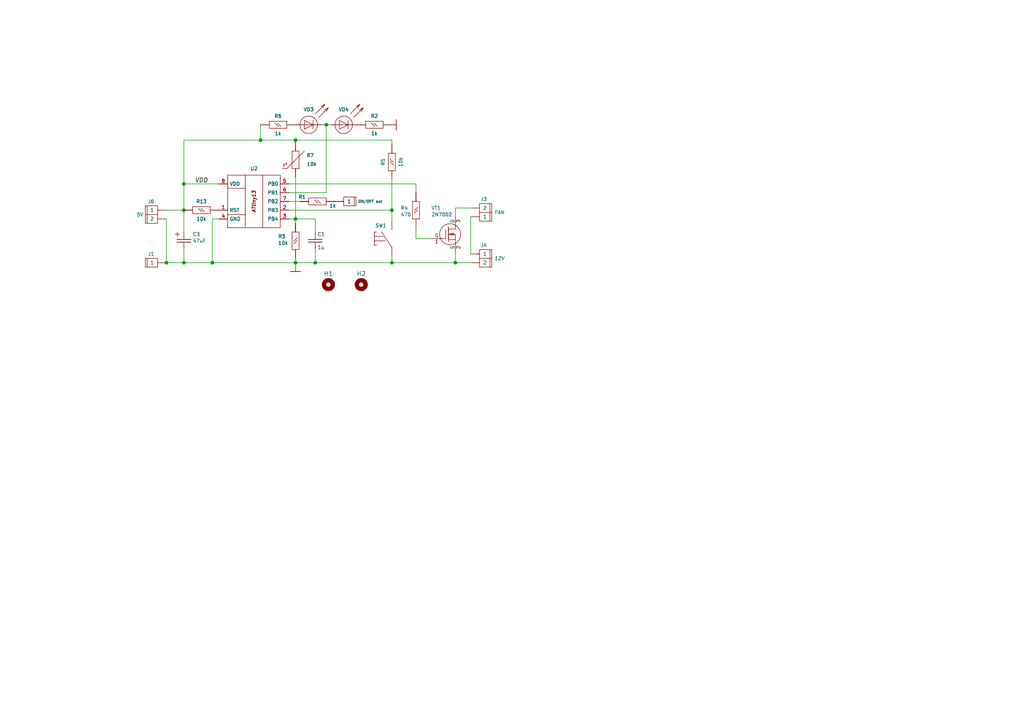
<source format=kicad_sch>
(kicad_sch (version 20230121) (generator eeschema)
  (paper "A4")
  (lib_symbols
    (symbol "Mechanical:MountingHole" (pin_names (offset 1.016))
      (property "Reference" "H" (at 0 5.08 0))
      (property "Value" "MountingHole" (at 0 3.175 0))
      (symbol "MountingHole_0_1"
        (circle (center 0 0) (radius 1.27) (stroke (width 1.27)))
      )
    )
    (symbol "_aa40_capacitors:C_CAP" (pin_numbers hide) (pin_names (offset 0) hide)
      (property "Reference" "C" (at 0 3.81 0))
      (property "Value" "C_CAP" (at 0 -3.81 0))
      (symbol "C_CAP_1_0"
        (polyline (pts (xy -1.27 0) (xy -0.381 0)))
        (polyline (pts (xy -0.381 -2.032) (xy -0.381 2.032)) (stroke (width 0.2032)))
        (polyline (pts (xy 0.381 -2.032) (xy 0.381 2.032)) (stroke (width 0.2032)))
        (polyline (pts (xy 1.27 0) (xy 0.381 0)))
      )
      (symbol "C_CAP_1_1"
        (pin passive line (at -2.54 0 0) (length 1.27) (name "~") (number "1"))
        (pin passive line (at 2.54 0 180) (length 1.27) (name "~") (number "2"))
      )
    )
    (symbol "_aa40_capacitors:C_CAP_PLUS" (pin_numbers hide) (pin_names (offset 0) hide)
      (property "Reference" "C" (at 0 3.81 0))
      (property "Value" "C_CAP_PLUS" (at 0 -3.81 0))
      (symbol "C_CAP_PLUS_1_0"
        (polyline (pts (xy -1.27 0) (xy -0.381 0)))
        (polyline (pts (xy -0.381 -2.032) (xy -0.381 2.032)) (stroke (width 0.2032)))
        (polyline (pts (xy 0.381 -2.032) (xy 0.381 2.032)) (stroke (width 0.2032)))
        (polyline (pts (xy 1.27 0) (xy 0.381 0)))
        (polyline (pts (xy 1.905 -1.27) (xy 1.905 -2.54)))
        (polyline (pts (xy 2.54 -1.905) (xy 1.27 -1.905)))
      )
      (symbol "C_CAP_PLUS_1_1"
        (pin passive line (at 2.54 0 180) (length 1.27) (name "~") (number "1"))
        (pin passive line (at -2.54 0 0) (length 1.27) (name "~") (number "2"))
      )
    )
    (symbol "_aa40_diodes:LED1" (pin_numbers hide) (pin_names (offset 0) hide)
      (property "Reference" "VD" (at -6.35 5.08 0))
      (property "Value" "LED" (at -6.35 2.54 0))
      (symbol "LED1_0_1"
        (circle (center 0 0) (radius 2.54))
      )
      (symbol "LED1_1_1"
        (polyline (pts (xy -1.27 -1.27) (xy 0 1.27)))
        (polyline (pts (xy 0 -1.27) (xy 0 1.27)))
        (polyline (pts (xy 1.27 -1.27) (xy -1.27 -1.27)))
        (polyline (pts (xy 1.27 -1.27) (xy 0 1.27)))
        (polyline (pts (xy 1.27 1.27) (xy -1.27 1.27)))
        (polyline (pts (xy 4.699 5.461) (xy 2.159 2.921)))
        (polyline (pts (xy 5.715 4.445) (xy 3.175 1.905)))
        (polyline (pts (xy 4.953 5.715) (xy 3.81 5.08) (xy 4.953 5.715) (xy 4.318 4.572) (xy 4.953 5.715)))
        (polyline (pts (xy 5.969 4.699) (xy 4.826 4.064) (xy 5.969 4.699) (xy 5.334 3.556) (xy 5.969 4.699)))
        (pin passive line (at 0 3.81 270) (length 2.54) (name "C") (number "1"))
        (pin passive line (at 0 -3.81 90) (length 2.54) (name "A") (number "2"))
      )
    )
    (symbol "_aa40_mcu:ATTINY13"
      (property "Reference" "U" (at 0 8.89 0))
      (symbol "ATTINY13_0_1"
        (polyline (pts (xy 2.54 -3.81) (xy 7.62 -3.81)))
        (polyline (pts (xy 2.54 3.81) (xy 7.62 3.81)))
        (polyline (pts (xy 7.62 -7.62) (xy -7.62 -7.62)))
        (polyline (pts (xy 7.62 7.62) (xy -7.62 7.62)))
      )
      (symbol "ATTINY13_1_1"
        (polyline (pts (xy -7.62 7.62) (xy -7.62 -7.62)))
        (polyline (pts (xy -2.54 7.62) (xy -2.54 -7.62)))
        (polyline (pts (xy 2.54 7.62) (xy 2.54 -7.62)))
        (polyline (pts (xy 7.62 7.62) (xy 7.62 -7.62)))
        (text "ATtiny13" (at 0 0 900) (effects (font (size 1.016 1.016) bold italic)))
        (pin bidirectional line (at 10.16 -2.54 180) (length 2.54) (name "RST") (number "1"))
        (pin bidirectional line (at -10.16 -2.54 0) (length 2.54) (name "PB3") (number "2"))
        (pin bidirectional line (at -10.16 -5.08 0) (length 2.54) (name "PB4") (number "3"))
        (pin power_in line (at 10.16 -5.08 180) (length 2.54) (name "GND") (number "4"))
        (pin bidirectional line (at -10.16 5.08 0) (length 2.54) (name "PB0") (number "5"))
        (pin bidirectional line (at -10.16 2.54 0) (length 2.54) (name "PB1") (number "6"))
        (pin bidirectional line (at -10.16 0 0) (length 2.54) (name "PB2") (number "7"))
        (pin power_in line (at 10.16 5.08 180) (length 2.54) (name "VDD") (number "8"))
      )
    )
    (symbol "_aa40_misc:CONN01PIN" (pin_numbers hide) (pin_names (offset 1.016))
      (property "Reference" "J" (at 0 2.54 0))
      (symbol "CONN01PIN_0_1"
        (rectangle (start -2.54 1.27) (end 1.016 -1.27))
        (polyline (pts (xy -3.048 0) (xy -2.54 0)))
        (polyline (pts (xy 0.508 1.27) (xy 0.508 -1.27)))
      )
      (symbol "CONN01PIN_1_1"
        (pin passive line (at -5.08 0 0) (length 2.54) (name "1") (number "1"))
      )
    )
    (symbol "_aa40_misc:CONN2PIN" (pin_numbers hide) (pin_names (offset 1.016))
      (property "Reference" "J" (at 0 2.54 0))
      (symbol "CONN2PIN_0_1"
        (rectangle (start -2.54 1.27) (end 1.016 -3.81))
        (polyline (pts (xy -3.048 0) (xy -2.54 0)))
        (polyline (pts (xy -2.54 -1.27) (xy 1.016 -1.27)))
        (polyline (pts (xy 0.508 1.27) (xy 0.508 -3.81)))
      )
      (symbol "CONN2PIN_1_1"
        (pin passive line (at -5.08 0 0) (length 2.54) (name "1") (number "1"))
        (pin passive line (at -5.08 -2.54 0) (length 2.54) (name "2") (number "2"))
      )
    )
    (symbol "_aa40_misc:GND" (power) (pin_numbers hide) (pin_names (offset 0) hide)
      (symbol "GND_1_1"
        (polyline (pts (xy -1.524 0) (xy 1.524 0)) (stroke (width 0.2032)))
        (pin power_in line (at 0 1.27 270) (length 1.27) (name "GND") (number "1"))
      )
    )
    (symbol "_aa40_misc:SWITCH1" (pin_numbers hide) (pin_names (offset 0) hide)
      (property "Reference" "SW" (at 0 6.985 0))
      (symbol "SWITCH1_0_1"
        (polyline (pts (xy -2.54 0) (xy 2.032 3.048)))
        (polyline (pts (xy -1.905 5.08) (xy -1.905 4.445)))
        (polyline (pts (xy -1.905 5.08) (xy 1.905 5.08)))
        (polyline (pts (xy -0.635 1.905) (xy -0.635 5.08)))
        (polyline (pts (xy 0.635 2.54) (xy 0.635 5.08)))
        (polyline (pts (xy 1.905 5.08) (xy 1.905 4.445)))
      )
      (symbol "SWITCH1_1_1"
        (pin passive line (at -5.08 0 0) (length 2.54) (name "~") (number "1"))
        (pin passive line (at 5.08 0 180) (length 2.54) (name "~") (number "2"))
      )
    )
    (symbol "_aa40_resistors:R_RES_0.125W" (pin_numbers hide) (pin_names (offset 0) hide)
      (property "Reference" "R" (at 0 2.54 0))
      (property "Value" "R_RES_0.125W" (at 0 -2.54 0))
      (symbol "R_RES_0.125W_1_0"
        (rectangle (start -2.54 1.016) (end 2.54 -1.016))
        (polyline (pts (xy 2.54 0) (xy 5.08 0)))
      )
      (symbol "R_RES_0.125W_1_1"
        (polyline (pts (xy -0.889 0.508) (xy 0.127 -0.508)))
        (polyline (pts (xy -0.127 0.508) (xy 0.889 -0.508)))
        (pin passive line (at -5.08 0 0) (length 2.54) (name "~") (number "1"))
        (pin passive line (at 5.08 0 180) (length 2.54) (name "~") (number "2"))
      )
    )
    (symbol "_aa40_resistors:R_TERM2" (pin_numbers hide) (pin_names (offset 0) hide)
      (property "Reference" "R" (at 3.175 1.27 0))
      (property "Value" "10k" (at 3.175 -1.27 0))
      (symbol "R_TERM2_0_1"
        (rectangle (start -1.016 -2.54) (end 1.016 2.54))
        (polyline (pts (xy -2.54 -2.54) (xy -3.81 -2.54)))
        (polyline (pts (xy 2.54 2.54) (xy -2.54 -2.54)))
      )
      (symbol "R_TERM2_1_1"
        (text "t°" (at -3.048 -1.524 0) (effects (font (size 0.889 0.889) italic)))
        (pin passive line (at 0 -5.08 90) (length 2.54) (name "~") (number "1"))
        (pin passive line (at 0 5.08 270) (length 2.54) (name "~") (number "2"))
      )
    )
    (symbol "_aa40_transistors:2N7002" (pin_names (offset 0))
      (property "Reference" "VT" (at -8.89 6.35 0))
      (property "Value" "2N7002" (at -8.89 3.81 0))
      (symbol "2N7002_0_1"
        (circle (center -0.254 0) (radius 3.048))
        (polyline (pts (xy -1.524 -1.27) (xy -1.524 1.27)))
      )
      (symbol "2N7002_1_1"
        (polyline (pts (xy -3.302 -1.27) (xy -1.524 -1.27)))
        (polyline (pts (xy -0.762 -2.032) (xy -0.762 0)) (stroke (width 0.2032)))
        (polyline (pts (xy -0.762 -1.524) (xy 1.27 -1.524)))
        (polyline (pts (xy -0.762 0) (xy -0.762 2.032)) (stroke (width 0.2032)))
        (polyline (pts (xy -0.762 1.524) (xy 1.27 1.524)))
        (polyline (pts (xy -0.635 0) (xy 0.9144 -0.3302)))
        (polyline (pts (xy 0.9144 0.3302) (xy -0.635 0)))
        (polyline (pts (xy 1.27 0) (xy -0.635 0)))
        (polyline (pts (xy 1.27 0) (xy 1.27 -2.54)))
        (polyline (pts (xy 1.27 2.54) (xy 1.27 1.524)))
        (pin input line (at -5.08 -1.27 0) (length 1.905) (name "G") (number "1"))
        (pin input line (at 1.27 -5.08 90) (length 2.54) (name "S") (number "2"))
        (pin input line (at 1.27 5.08 270) (length 2.54) (name "D") (number "3"))
      )
    )
  )
  (junction (at 132.08 76.2))
  (junction (at 85.725 40.64))
  (junction (at 53.34 60.96))
  (junction (at 113.665 60.96))
  (junction (at 113.665 76.2))
  (junction (at 48.26 76.2))
  (junction (at 85.725 76.2))
  (junction (at 91.44 76.2))
  (junction (at 53.34 53.34))
  (junction (at 75.565 40.64))
  (junction (at 61.595 76.2))
  (junction (at 85.725 63.5))
  (junction (at 53.34 76.2))
  (junction (at 94.615 36.195))
  (wire (pts (xy 75.565 40.64) (xy 53.34 40.64)))
  (wire (pts (xy 75.565 40.64) (xy 85.725 40.64)))
  (wire (pts (xy 53.34 72.39) (xy 53.34 76.2)))
  (wire (pts (xy 48.26 63.5) (xy 48.26 76.2)))
  (wire (pts (xy 53.34 76.2) (xy 61.595 76.2)))
  (wire (pts (xy 48.26 76.2) (xy 53.34 76.2)))
  (wire (pts (xy 120.65 66.04) (xy 120.65 69.215)))
  (wire (pts (xy 132.08 73.025) (xy 132.08 76.2)))
  (wire (pts (xy 85.725 76.2) (xy 91.44 76.2)))
  (wire (pts (xy 85.725 76.2) (xy 85.725 74.93)))
  (wire (pts (xy 120.65 53.34) (xy 83.82 53.34)))
  (wire (pts (xy 132.08 60.325) (xy 132.08 62.865)))
  (wire (pts (xy 120.65 69.215) (xy 125.73 69.215)))
  (wire (pts (xy 136.525 62.865) (xy 136.525 73.66)))
  (wire (pts (xy 83.82 58.42) (xy 86.995 58.42)))
  (wire (pts (xy 91.44 72.39) (xy 91.44 76.2)))
  (wire (pts (xy 53.34 40.64) (xy 53.34 53.34)))
  (wire (pts (xy 94.615 36.195) (xy 93.345 36.195)))
  (wire (pts (xy 63.5 53.34) (xy 53.34 53.34)))
  (wire (pts (xy 94.615 55.88) (xy 83.82 55.88)))
  (wire (pts (xy 63.5 63.5) (xy 61.595 63.5)))
  (wire (pts (xy 75.565 36.195) (xy 75.565 40.64)))
  (wire (pts (xy 113.665 74.295) (xy 113.665 76.2)))
  (wire (pts (xy 83.82 63.5) (xy 85.725 63.5)))
  (wire (pts (xy 85.725 40.64) (xy 85.725 41.275)))
  (wire (pts (xy 94.615 36.195) (xy 95.885 36.195)))
  (wire (pts (xy 85.725 51.435) (xy 85.725 63.5)))
  (wire (pts (xy 61.595 76.2) (xy 85.725 76.2)))
  (wire (pts (xy 85.725 76.2) (xy 85.725 77.47)))
  (wire (pts (xy 132.08 76.2) (xy 136.525 76.2)))
  (wire (pts (xy 53.34 53.34) (xy 53.34 60.96)))
  (wire (pts (xy 113.665 41.91) (xy 113.665 40.64)))
  (wire (pts (xy 91.44 67.31) (xy 91.44 63.5)))
  (wire (pts (xy 132.08 60.325) (xy 136.525 60.325)))
  (wire (pts (xy 113.665 60.96) (xy 113.665 64.135)))
  (wire (pts (xy 113.665 52.07) (xy 113.665 60.96)))
  (wire (pts (xy 61.595 63.5) (xy 61.595 76.2)))
  (wire (pts (xy 83.82 60.96) (xy 113.665 60.96)))
  (wire (pts (xy 120.65 55.88) (xy 120.65 53.34)))
  (wire (pts (xy 53.34 60.96) (xy 53.34 67.31)))
  (wire (pts (xy 91.44 76.2) (xy 113.665 76.2)))
  (wire (pts (xy 48.26 60.96) (xy 53.34 60.96)))
  (wire (pts (xy 91.44 63.5) (xy 85.725 63.5)))
  (wire (pts (xy 94.615 36.195) (xy 94.615 55.88)))
  (wire (pts (xy 85.725 64.77) (xy 85.725 63.5)))
  (wire (pts (xy 113.665 40.64) (xy 85.725 40.64)))
  (wire (pts (xy 113.665 76.2) (xy 132.08 76.2)))
  (label "VDD" (at 56.515 53.34 0) (effects (font italic)))
  (symbol (lib_id "_aa40_resistors:R_RES_0.125W") (at 113.665 46.99 270) (mirror x) (unit 1)
    (property "Reference" "R5" (at 111.125 46.99 0) (effects (font (size 1.016 1.016))))
    (property "Value" "10k" (at 116.205 46.99 0) (effects (font (size 1.016 1.016))))
    (property "Footprint" "Resistor_SMD:R_1206_3216Metric" (effects hide))
  )
  (symbol (lib_id "_aa40_resistors:R_RES_0.125W") (at 58.42 60.96 180) (unit 1)
    (property "Reference" "R13" (at 58.42 58.42 0) (effects (font (size 1.016 1.016))))
    (property "Value" "10k" (at 58.42 63.5 0) (effects (font (size 1.016 1.016))))
    (property "Footprint" "Resistor_SMD:R_1206_3216Metric" (effects hide))
  )
  (symbol (lib_id "_aa40_resistors:R_RES_0.125W") (at 108.585 36.195 180) (unit 1)
    (property "Reference" "R2" (at 108.585 33.655 0) (effects (font (size 1.016 1.016))))
    (property "Value" "1k" (at 108.585 38.735 0) (effects (font (size 1.016 1.016))))
    (property "Footprint" "Resistor_SMD:R_0805_2012Metric" (effects hide))
  )
  (symbol (lib_id "_aa40_capacitors:C_CAP_PLUS") (at 53.34 69.85 270) (mirror x) (unit 1)
    (property "Reference" "C3" (at 55.88 67.945 90) (effects (font (size 1.016 1.016)) (justify left)))
    (property "Value" "47uF" (at 55.88 69.85 90) (effects (font (size 1.016 1.016)) (justify left)))
    (property "Footprint" "Capacitor_Tantalum_SMD:CP_EIA-3528-12_Kemet-T" (effects hide))
  )
  (symbol (lib_id "_aa40_misc:CONN2PIN") (at 43.18 60.96 0) (mirror y) (unit 1)
    (property "Reference" "J6" (at 43.815 58.42 0) (effects (font (size 1.016 1.016))))
    (property "Value" "5V" (at 40.64 62.23 0) (effects (font (size 1.016 1.016) italic)))
    (property "Footprint" "Connector_PinHeader_2.54mm:PinHeader_1x02_P2.54mm_Vertical" (effects hide))
  )
  (symbol (lib_id "_aa40_misc:SWITCH1") (at 113.665 69.215 90) (unit 1)
    (property "Reference" "SW1" (at 110.49 65.405 90) (effects (font (size 1.016 1.016) italic)))
    (property "Value" "SWITCH1" (effects hide))
    (property "Footprint" "Connector_PinHeader_2.54mm:PinHeader_1x02_P2.54mm_Vertical" (effects hide))
  )
  (symbol (lib_id "_aa40_resistors:R_RES_0.125W") (at 80.645 36.195 180) (unit 1)
    (property "Reference" "R6" (at 80.645 33.655 0) (effects (font (size 1.016 1.016))))
    (property "Value" "1k" (at 80.645 38.735 0) (effects (font (size 1.016 1.016))))
    (property "Footprint" "Resistor_SMD:R_0805_2012Metric" (effects hide))
  )
  (symbol (lib_id "Mechanical:MountingHole") (at 104.775 82.55 0) (unit 1)
    (property "Reference" "H2" (at 104.775 79.375 0))
    (property "Value" "MountingHole" (effects hide))
    (property "Footprint" "MountingHole:MountingHole_3.2mm_M3" (effects hide))
  )
  (symbol (lib_id "_aa40_resistors:R_RES_0.125W") (at 85.725 69.85 90) (unit 1)
    (property "Reference" "R3" (at 80.645 68.58 90) (effects (font (size 1.016 1.016)) (justify right)))
    (property "Value" "10k" (at 80.645 70.485 90) (effects (font (size 1.016 1.016)) (justify right)))
    (property "Footprint" "Resistor_SMD:R_1206_3216Metric" (effects hide))
  )
  (symbol (lib_id "_aa40_capacitors:C_CAP") (at 91.44 69.85 90) (unit 1)
    (property "Reference" "C1" (at 92.075 67.945 90) (effects (font (size 1.016 1.016)) (justify right)))
    (property "Value" "1u" (at 92.075 71.755 90) (effects (font (size 1.016 1.016)) (justify right)))
    (property "Footprint" "Capacitor_SMD:C_1206_3216Metric" (effects hide))
  )
  (symbol (lib_id "Mechanical:MountingHole") (at 95.25 82.55 0) (unit 1)
    (property "Reference" "H1" (at 95.25 79.375 0))
    (property "Value" "MountingHole" (effects hide))
    (property "Footprint" "MountingHole:MountingHole_3.2mm_M3" (effects hide))
  )
  (symbol (lib_id "_aa40_resistors:R_TERM2") (at 85.725 46.355 0) (unit 1)
    (property "Reference" "R7" (at 88.9 45.085 0) (effects (font (size 1.016 1.016)) (justify left)))
    (property "Value" "10k" (at 88.9 47.625 0) (effects (font (size 1.016 1.016) italic) (justify left)))
    (property "Footprint" "lib:switch_out" (effects hide))
  )
  (symbol (lib_id "_aa40_diodes:LED1") (at 99.695 36.195 270) (mirror x) (unit 1)
    (property "Reference" "VD4" (at 99.695 31.75 90) (effects (font (size 1.016 1.016))))
    (property "Value" "LED" (effects hide))
    (property "Footprint" "LED_SMD:LED_1206_3216Metric_Pad1.42x1.75mm_HandSolder" (effects hide))
  )
  (symbol (lib_id "_aa40_misc:CONN2PIN") (at 141.605 73.66 0) (unit 1)
    (property "Reference" "J4" (at 140.335 71.12 0) (effects (font (size 1.016 1.016))))
    (property "Value" "12V" (at 144.78 74.93 0) (effects (font (size 1.016 1.016) italic)))
    (property "Footprint" "Connector_PinHeader_2.54mm:PinHeader_1x02_P2.54mm_Vertical" (effects hide))
  )
  (symbol (lib_id "_aa40_mcu:ATTINY13") (at 73.66 58.42 0) (mirror y) (unit 1)
    (property "Reference" "U2" (at 73.66 48.895 0) (effects (font (size 1.016 1.016))))
    (property "Value" "ATtiny13V-10S" (effects hide))
    (property "Footprint" "Package_DIP:DIP-8_W7.62mm_LongPads" (effects hide))
    (property "Datasheet" "http://ww1.microchip.com/downloads/en/DeviceDoc/doc2535.pdf" (effects hide))
  )
  (symbol (lib_id "_aa40_misc:GND") (at 85.725 78.74 0) (unit 1)
    (property "Reference" "#PWR04" (effects hide))
    (property "Value" "GND" (effects hide))
  )
  (symbol (lib_id "_aa40_misc:CONN01PIN") (at 102.235 58.42 0) (unit 1)
    (property "Reference" "J8" (effects hide))
    (property "Value" "ON/OFF out" (at 107.315 58.42 0) (effects (font (size 0.762 0.762) italic)))
    (property "Footprint" "Connector_PinHeader_2.54mm:PinHeader_1x01_P2.54mm_Vertical" (effects hide))
  )
  (symbol (lib_id "_aa40_misc:CONN01PIN") (at 43.18 76.2 180) (unit 1)
    (property "Reference" "J1" (at 43.815 73.66 0) (effects (font (size 1.016 1.016))))
    (property "Value" "CONN01PIN" (effects hide))
    (property "Footprint" "_aDIPonTop:SMD1PIN" (effects hide))
  )
  (symbol (lib_id "_aa40_misc:CONN2PIN") (at 141.605 62.865 0) (mirror x) (unit 1)
    (property "Reference" "J3" (at 140.335 57.785 0) (effects (font (size 1.016 1.016))))
    (property "Value" "FAN" (at 144.78 61.595 0) (effects (font (size 1.016 1.016) italic)))
    (property "Footprint" "Connector_PinHeader_2.54mm:PinHeader_1x02_P2.54mm_Vertical" (effects hide))
  )
  (symbol (lib_id "_aa40_resistors:R_RES_0.125W") (at 92.075 58.42 180) (unit 1)
    (property "Reference" "R1" (at 87.63 57.15 0) (effects (font (size 1.016 1.016))))
    (property "Value" "1k" (at 96.52 59.69 0) (effects (font (size 1.016 1.016))))
    (property "Footprint" "Resistor_SMD:R_0805_2012Metric" (effects hide))
  )
  (symbol (lib_id "_aa40_misc:GND") (at 114.935 36.195 90) (unit 1)
    (property "Reference" "#PWR03" (effects hide))
    (property "Value" "GND" (effects hide))
  )
  (symbol (lib_id "_aa40_transistors:2N7002") (at 130.81 67.945 0) (unit 1)
    (property "Reference" "VT1" (at 125.095 60.325 0) (effects (font (size 1.016 1.016)) (justify left)))
    (property "Value" "2N7002" (at 125.095 62.23 0) (effects (font (size 1.016 1.016)) (justify left)))
    (property "Footprint" "Package_TO_SOT_SMD:SOT-23" (effects hide))
    (property "Datasheet" "https://static.chipdip.ru/lib/318/DOC000318735.pdf" (effects hide))
  )
  (symbol (lib_id "_aa40_diodes:LED1") (at 89.535 36.195 270) (mirror x) (unit 1)
    (property "Reference" "VD3" (at 89.535 31.75 90) (effects (font (size 1.016 1.016))))
    (property "Value" "LED" (effects hide))
    (property "Footprint" "LED_SMD:LED_1206_3216Metric_Pad1.42x1.75mm_HandSolder" (effects hide))
  )
  (symbol (lib_id "_aa40_resistors:R_RES_0.125W") (at 120.65 60.96 90) (unit 1)
    (property "Reference" "R4" (at 116.205 60.325 90) (effects (font (size 1.016 1.016)) (justify right)))
    (property "Value" "470" (at 116.205 62.23 90) (effects (font (size 1.016 1.016)) (justify right)))
    (property "Footprint" "Resistor_SMD:R_1206_3216Metric" (effects hide))
  )
)
</source>
